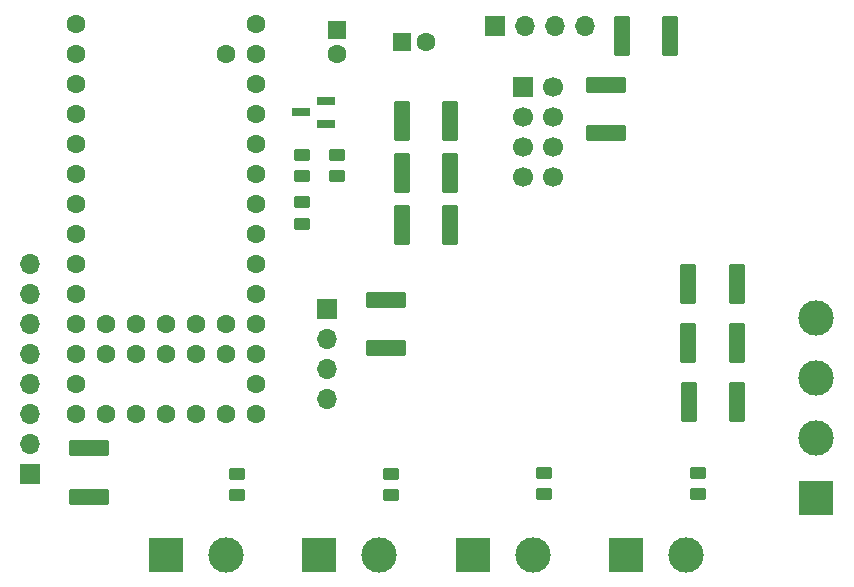
<source format=gts>
%TF.GenerationSoftware,KiCad,Pcbnew,(6.0.6)*%
%TF.CreationDate,2022-07-07T23:15:42-04:00*%
%TF.ProjectId,Autohelm_ControlPanel,4175746f-6865-46c6-9d5f-436f6e74726f,rev?*%
%TF.SameCoordinates,Original*%
%TF.FileFunction,Soldermask,Top*%
%TF.FilePolarity,Negative*%
%FSLAX46Y46*%
G04 Gerber Fmt 4.6, Leading zero omitted, Abs format (unit mm)*
G04 Created by KiCad (PCBNEW (6.0.6)) date 2022-07-07 23:15:42*
%MOMM*%
%LPD*%
G01*
G04 APERTURE LIST*
G04 Aperture macros list*
%AMRoundRect*
0 Rectangle with rounded corners*
0 $1 Rounding radius*
0 $2 $3 $4 $5 $6 $7 $8 $9 X,Y pos of 4 corners*
0 Add a 4 corners polygon primitive as box body*
4,1,4,$2,$3,$4,$5,$6,$7,$8,$9,$2,$3,0*
0 Add four circle primitives for the rounded corners*
1,1,$1+$1,$2,$3*
1,1,$1+$1,$4,$5*
1,1,$1+$1,$6,$7*
1,1,$1+$1,$8,$9*
0 Add four rect primitives between the rounded corners*
20,1,$1+$1,$2,$3,$4,$5,0*
20,1,$1+$1,$4,$5,$6,$7,0*
20,1,$1+$1,$6,$7,$8,$9,0*
20,1,$1+$1,$8,$9,$2,$3,0*%
G04 Aperture macros list end*
%ADD10RoundRect,0.250000X-0.450000X0.262500X-0.450000X-0.262500X0.450000X-0.262500X0.450000X0.262500X0*%
%ADD11RoundRect,0.070000X0.650000X0.300000X-0.650000X0.300000X-0.650000X-0.300000X0.650000X-0.300000X0*%
%ADD12R,1.700000X1.700000*%
%ADD13O,1.700000X1.700000*%
%ADD14RoundRect,0.249999X-0.450001X-1.450001X0.450001X-1.450001X0.450001X1.450001X-0.450001X1.450001X0*%
%ADD15RoundRect,0.250000X0.450000X-0.262500X0.450000X0.262500X-0.450000X0.262500X-0.450000X-0.262500X0*%
%ADD16R,3.000000X3.000000*%
%ADD17C,3.000000*%
%ADD18C,1.600000*%
%ADD19C,1.700000*%
%ADD20R,1.600000X1.600000*%
%ADD21RoundRect,0.249999X-1.450001X0.450001X-1.450001X-0.450001X1.450001X-0.450001X1.450001X0.450001X0*%
%ADD22RoundRect,0.249999X1.450001X-0.450001X1.450001X0.450001X-1.450001X0.450001X-1.450001X-0.450001X0*%
%ADD23RoundRect,0.249999X0.450001X1.450001X-0.450001X1.450001X-0.450001X-1.450001X0.450001X-1.450001X0*%
G04 APERTURE END LIST*
D10*
%TO.C,R7*%
X132500000Y-79087500D03*
X132500000Y-80912500D03*
%TD*%
D11*
%TO.C,Q1*%
X129450000Y-75500000D03*
X131550000Y-74550000D03*
X131550000Y-76450000D03*
%TD*%
D12*
%TO.C,U3*%
X131600000Y-92160000D03*
D13*
X131600000Y-94700000D03*
X131600000Y-97240000D03*
X131600000Y-99780000D03*
%TD*%
D14*
%TO.C,C8*%
X162250000Y-100000000D03*
X166350000Y-100000000D03*
%TD*%
D15*
%TO.C,R6*%
X163000000Y-107825000D03*
X163000000Y-106000000D03*
%TD*%
D16*
%TO.C,J1*%
X173000000Y-108120000D03*
D17*
X173000000Y-103040000D03*
X173000000Y-97960000D03*
X173000000Y-92880000D03*
%TD*%
D18*
%TO.C,U4*%
X110380000Y-67990000D03*
X110380000Y-70530000D03*
X110380000Y-73070000D03*
X110380000Y-75610000D03*
X110380000Y-78150000D03*
X110380000Y-80690000D03*
X110380000Y-83230000D03*
X110380000Y-85770000D03*
X110380000Y-88310000D03*
X110380000Y-90850000D03*
X110380000Y-93390000D03*
X110380000Y-95930000D03*
X110380000Y-98470000D03*
X110380000Y-101010000D03*
X112920000Y-101010000D03*
X115460000Y-101010000D03*
X118000000Y-101010000D03*
X120540000Y-101010000D03*
X123080000Y-101010000D03*
X125620000Y-101010000D03*
X125620000Y-98470000D03*
X125620000Y-95930000D03*
X125620000Y-93390000D03*
X125620000Y-90850000D03*
X125620000Y-88310000D03*
X125620000Y-85770000D03*
X125620000Y-83230000D03*
X125620000Y-80690000D03*
X125620000Y-78150000D03*
X125620000Y-75610000D03*
X125620000Y-73070000D03*
X125620000Y-70530000D03*
X125620000Y-67990000D03*
X123080000Y-70530000D03*
X123080000Y-95930000D03*
X123080000Y-93390000D03*
X120540000Y-95930000D03*
X120540000Y-93390000D03*
X118000000Y-95930000D03*
X118000000Y-93390000D03*
X115460000Y-95930000D03*
X115460000Y-93390000D03*
X112920000Y-95930000D03*
X112920000Y-93390000D03*
%TD*%
D10*
%TO.C,R1*%
X129500000Y-83087500D03*
X129500000Y-84912500D03*
%TD*%
D14*
%TO.C,C6*%
X162200000Y-90000000D03*
X166300000Y-90000000D03*
%TD*%
%TO.C,C5*%
X137950000Y-76200000D03*
X142050000Y-76200000D03*
%TD*%
D16*
%TO.C,SW3*%
X130960000Y-113000000D03*
D17*
X136040000Y-113000000D03*
%TD*%
D16*
%TO.C,SW4*%
X117960000Y-113000000D03*
D17*
X123040000Y-113000000D03*
%TD*%
D16*
%TO.C,SW2*%
X143960000Y-113000000D03*
D17*
X149040000Y-113000000D03*
%TD*%
D16*
%TO.C,SW1*%
X156960000Y-113000000D03*
D17*
X162040000Y-113000000D03*
%TD*%
D14*
%TO.C,C7*%
X162200000Y-95000000D03*
X166300000Y-95000000D03*
%TD*%
D12*
%TO.C,U1*%
X148200000Y-73375000D03*
D19*
X150740000Y-73375000D03*
X148200000Y-75915000D03*
X150740000Y-75915000D03*
X148200000Y-78455000D03*
X150740000Y-78455000D03*
X148200000Y-80995000D03*
X150740000Y-80995000D03*
%TD*%
D20*
%TO.C,C2*%
X132500000Y-68544888D03*
D18*
X132500000Y-70544888D03*
%TD*%
D15*
%TO.C,R5*%
X150000000Y-107825000D03*
X150000000Y-106000000D03*
%TD*%
%TO.C,R3*%
X124000000Y-107912500D03*
X124000000Y-106087500D03*
%TD*%
D21*
%TO.C,C10*%
X136600000Y-91350000D03*
X136600000Y-95450000D03*
%TD*%
%TO.C,C9*%
X111500000Y-103950000D03*
X111500000Y-108050000D03*
%TD*%
D22*
%TO.C,C12*%
X155200000Y-77250000D03*
X155200000Y-73150000D03*
%TD*%
D10*
%TO.C,R2*%
X129500000Y-79087500D03*
X129500000Y-80912500D03*
%TD*%
D12*
%TO.C,U2*%
X145800000Y-68200000D03*
D13*
X148340000Y-68200000D03*
X150880000Y-68200000D03*
X153420000Y-68200000D03*
%TD*%
D23*
%TO.C,C11*%
X160650000Y-69000000D03*
X156550000Y-69000000D03*
%TD*%
D14*
%TO.C,C3*%
X137950000Y-85000000D03*
X142050000Y-85000000D03*
%TD*%
D15*
%TO.C,R4*%
X137000000Y-107912500D03*
X137000000Y-106087500D03*
%TD*%
D20*
%TO.C,C1*%
X138000000Y-69500000D03*
D18*
X140000000Y-69500000D03*
%TD*%
D12*
%TO.C,U5*%
X106500000Y-106090000D03*
D13*
X106500000Y-103550000D03*
X106500000Y-101010000D03*
X106500000Y-98470000D03*
X106500000Y-95930000D03*
X106500000Y-93390000D03*
X106500000Y-90850000D03*
X106500000Y-88310000D03*
%TD*%
D14*
%TO.C,C4*%
X137950000Y-80600000D03*
X142050000Y-80600000D03*
%TD*%
M02*

</source>
